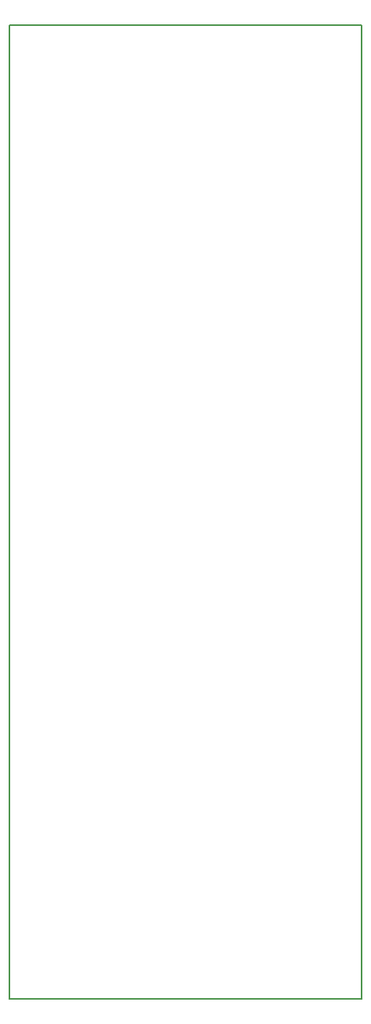
<source format=gm1>
G04 #@! TF.FileFunction,Profile,NP*
%FSLAX46Y46*%
G04 Gerber Fmt 4.6, Leading zero omitted, Abs format (unit mm)*
G04 Created by KiCad (PCBNEW 4.0.2-stable) date 2020-09-29 5:56:50 PM*
%MOMM*%
G01*
G04 APERTURE LIST*
%ADD10C,0.200000*%
%ADD11C,0.150000*%
G04 APERTURE END LIST*
D10*
D11*
X111500000Y-160000000D02*
X111500000Y-55000000D01*
X149500000Y-160000000D02*
X111500000Y-160000000D01*
X149500000Y-55000000D02*
X149500000Y-160000000D01*
X111500000Y-55000000D02*
X149500000Y-55000000D01*
M02*

</source>
